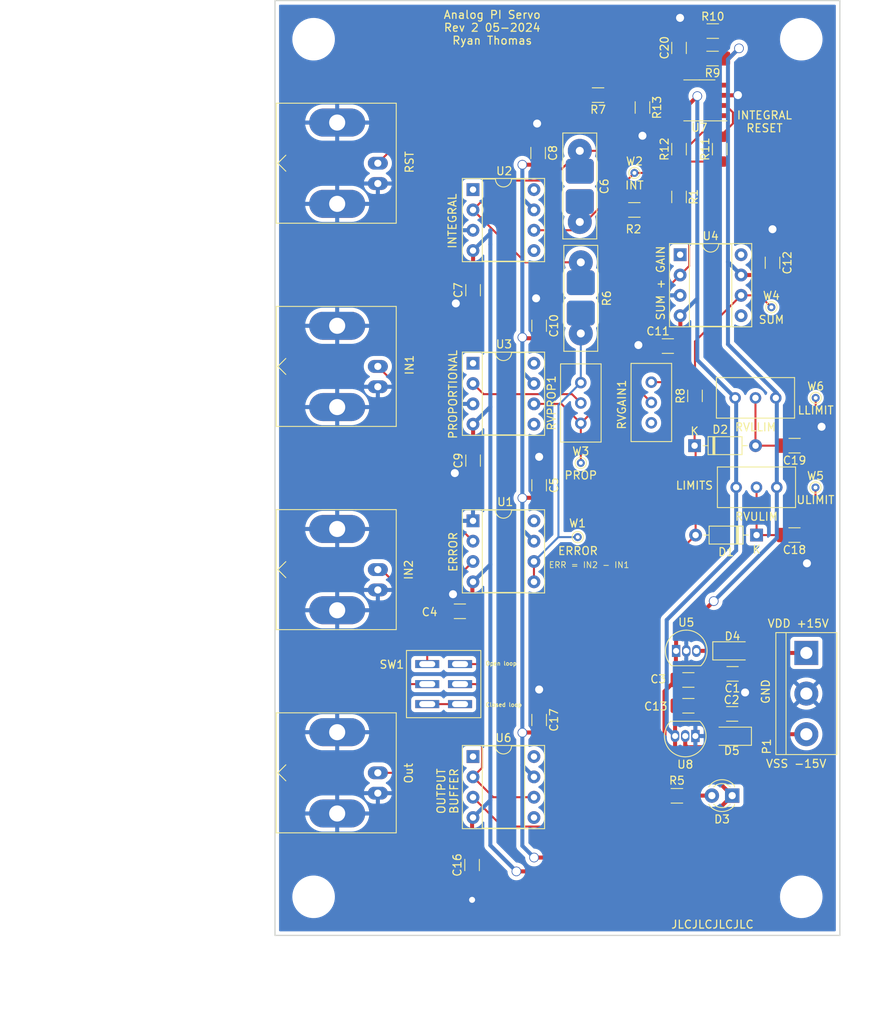
<source format=kicad_pcb>
(kicad_pcb (version 20211014) (generator pcbnew)
  (layers (0 "F.Cu" signal) (31 "B.Cu" signal) (34 "B.Paste" user) (35 "F.Paste" user) (36 "B.SilkS" user "B.Silkscreen") (37 "F.SilkS" user "F.Silkscreen") (38 "B.Mask" user) (39 "F.Mask" user) (44 "Edge.Cuts" user))
  (net 0 "")
  (net 1 "GND")
  (net 2 "VSS")
  (net 3 "Net-(C6-Pad2)")
  (net 4 "Net-(C6-Pad1)")
  (net 5 "Net-(C18-Pad2)")
  (net 6 "Net-(C19-Pad2)")
  (net 7 "Net-(C20-Pad2)")
  (net 8 "Net-(D1-Pad2)")
  (net 9 "Net-(D3-Pad2)")
  (net 10 "Net-(P2-Pad1)")
  (net 11 "Net-(P3-Pad1)")
  (net 12 "Net-(P4-Pad1)")
  (net 13 "Net-(R2-Pad2)")
  (net 14 "Net-(R6-Pad2)")
  (net 15 "/RST")
  (net 16 "Net-(R11-Pad2)")
  (net 17 "Net-(R12-Pad2)")
  (net 18 "Net-(RVPROP1-Pad2)")
  (net 27 "VDD")
  (net 28 "Net-(U1-Pad3)")
  (net 29 "/Control")
  (net 30 "Net-(U6-Pad2)")
  (net 31 "Net-(R1-Pad2)")
  (net 32 "Net-(RVGAIN1-Pad1)")
  (net 33 "Net-(D4-Pad1)")
  (net 34 "Net-(D5-Pad2)")
  (net 35 "Net-(P1-Pad1)")
  (net 36 "Net-(P1-Pad3)")
  (net 37 "Net-(R7-Pad2)")
  (footprint "Capacitor_SMD:C_1206_3216Metric_Pad1.33x1.80mm_HandSolder" (layer "F.Cu") (at 803.9608 103.2002)
    (fp_text reference "C1")
    (fp_text value "330n")
  )
  (footprint "Capacitor_SMD:C_1206_3216Metric_Pad1.33x1.80mm_HandSolder" (layer "F.Cu") (at 803.91 108.204 180)
    (fp_text reference "C2")
    (fp_text value "330n")
  )
  (footprint "Capacitor_SMD:C_1206_3216Metric_Pad1.33x1.80mm_HandSolder" (layer "F.Cu") (at 798.4359 103.9622)
    (fp_text reference "C3")
    (fp_text value "100n")
  )
  (footprint "pi-servo-board:R_Universal_L13.0mm_W4.0mm_P9.00mm" (layer "F.Cu") (at 784.86 46.719 90)
    (fp_text reference "C6")
    (fp_text value "100n")
  )
  (footprint "Capacitor_SMD:C_1206_3216Metric_Pad1.33x1.80mm_HandSolder" (layer "F.Cu") (at 771.525 55.246 90)
    (fp_text reference "C7")
    (fp_text value "100n")
  )
  (footprint "Capacitor_SMD:C_1206_3216Metric_Pad1.33x1.80mm_HandSolder" (layer "F.Cu") (at 779.653 38.1 -90)
    (fp_text reference "C8")
    (fp_text value "100n")
  )
  (footprint "Capacitor_SMD:C_1206_3216Metric_Pad1.33x1.80mm_HandSolder" (layer "F.Cu") (at 771.525 76.5425 90)
    (fp_text reference "C9")
    (fp_text value "100n")
  )
  (footprint "Capacitor_SMD:C_1206_3216Metric_Pad1.33x1.80mm_HandSolder" (layer "F.Cu") (at 779.78 59.69 -90)
    (fp_text reference "C10")
    (fp_text value "100n")
  )
  (footprint "Capacitor_SMD:C_1206_3216Metric_Pad1.33x1.80mm_HandSolder" (layer "F.Cu") (at 795.8705 62.23)
    (fp_text reference "C11")
    (fp_text value "100n")
  )
  (footprint "Capacitor_SMD:C_1206_3216Metric_Pad1.33x1.80mm_HandSolder" (layer "F.Cu") (at 808.9515 51.816 -90)
    (fp_text reference "C12")
    (fp_text value "100n")
  )
  (footprint "Capacitor_SMD:C_1206_3216Metric_Pad1.33x1.80mm_HandSolder" (layer "F.Cu") (at 771.398 127.0885 90)
    (fp_text reference "C16")
    (fp_text value "100n")
  )
  (footprint "Capacitor_SMD:C_1206_3216Metric_Pad1.33x1.80mm_HandSolder" (layer "F.Cu") (at 811.6955 85.852 180)
    (fp_text reference "C18")
    (fp_text value "100n")
  )
  (footprint "Capacitor_SMD:C_1206_3216Metric_Pad1.33x1.80mm_HandSolder" (layer "F.Cu") (at 797.2675 24.966 -90)
    (fp_text reference "C20")
    (fp_text value "1u")
  )
  (footprint "LED_THT:LED_D3.0mm" (layer "F.Cu") (at 803.91 118.4148 180)
    (fp_text reference "D3")
    (fp_text value "POWER")
  )
  (footprint "TerminalBlock:TerminalBlock_bornier-3_P5.08mm" (layer "F.Cu") (at 813.181 100.584 -90)
    (fp_text reference "P1")
    (fp_text value "POWER")
  )
  (footprint "Resistor_SMD:R_1206_3216Metric_Pad1.30x1.75mm_HandSolder" (layer "F.Cu") (at 797.2675 43.587 -90)
    (fp_text reference "R1")
    (fp_text value "5k")
  )
  (footprint "Resistor_SMD:R_1206_3216Metric_Pad1.30x1.75mm_HandSolder" (layer "F.Cu") (at 791.6795 45.212 180)
    (fp_text reference "R2")
    (fp_text value "5k")
  )
  (footprint "pi-servo-board:R_Universal_L13.0mm_W4.0mm_P9.00mm" (layer "F.Cu") (at 784.987 51.761 -90)
    (fp_text reference "R6")
    (fp_text value "3K3")
  )
  (footprint "Resistor_SMD:R_1206_3216Metric_Pad1.30x1.75mm_HandSolder" (layer "F.Cu") (at 787.146 30.861 180)
    (fp_text reference "R7")
    (fp_text value "50")
  )
  (footprint "Resistor_SMD:R_1206_3216Metric_Pad1.30x1.75mm_HandSolder" (layer "F.Cu") (at 799.2618 68.4524 90)
    (fp_text reference "R8")
    (fp_text value "51K")
  )
  (footprint "Resistor_SMD:R_1206_3216Metric_Pad1.30x1.75mm_HandSolder" (layer "F.Cu") (at 801.4585 26.289 180)
    (fp_text reference "R9")
    (fp_text value "20k")
  )
  (footprint "Resistor_SMD:R_1206_3216Metric_Pad1.30x1.75mm_HandSolder" (layer "F.Cu") (at 801.4845 22.86)
    (fp_text reference "R10")
    (fp_text value "10k")
  )
  (footprint "Resistor_SMD:R_1206_3216Metric_Pad1.30x1.75mm_HandSolder" (layer "F.Cu") (at 797.2675 37.618 90)
    (fp_text reference "R12")
    (fp_text value "DNP")
  )
  (footprint "Resistor_SMD:R_1206_3216Metric_Pad1.30x1.75mm_HandSolder" (layer "F.Cu") (at 792.6955 32.411 -90)
    (fp_text reference "R13")
    (fp_text value "10k")
  )
  (footprint "Potentiometer_THT:Potentiometer_Bourns_3296W_Vertical" (layer "F.Cu") (at 793.8008 66.7412 90)
    (fp_text reference "RVGAIN1")
    (fp_text value "10K")
  )
  (footprint "Potentiometer_THT:Potentiometer_Bourns_3296W_Vertical" (layer "F.Cu") (at 804.408 79.883 180)
    (fp_text reference "RVULIM")
    (fp_text value "10K")
  )
  (footprint "Package_DIP:DIP-8_W7.62mm_Socket" (layer "F.Cu") (at 771.511499 42.672)
    (fp_text reference "U2")
    (fp_text value "LM741")
  )
  (footprint "Package_DIP:DIP-8_W7.62mm_Socket" (layer "F.Cu") (at 771.511499 64.375499)
    (fp_text reference "U3")
    (fp_text value "LM741")
  )
  (footprint "Package_DIP:DIP-8_W7.62mm_Socket" (layer "F.Cu") (at 797.4045 50.81)
    (fp_text reference "U4")
    (fp_text value "LM741")
  )
  (footprint "Package_DIP:DIP-8_W7.62mm_Socket" (layer "F.Cu") (at 771.511499 113.538)
    (fp_text reference "U6")
    (fp_text value "LM741")
  )
  (footprint "Package_SO:SOIC-8_3.9x4.9mm_P1.27mm" (layer "F.Cu") (at 799.8075 31.522 180)
    (fp_text reference "U7")
    (fp_text value "DG419")
  )
  (footprint "Resistor_SMD:R_1206_3216Metric_Pad1.30x1.75mm_HandSolder" (layer "F.Cu") (at 797.0012 118.4402 180)
    (fp_text reference "R5")
    (fp_text value "2K7")
  )
  (footprint "Diode_THT:D_DO-35_SOD27_P7.62mm_Horizontal" (layer "F.Cu") (at 806.958 85.852 180)
    (fp_text reference "D1")
    (fp_text value "D")
  )
  (footprint "Capacitor_SMD:C_1206_3216Metric_Pad1.33x1.80mm_HandSolder" (layer "F.Cu") (at 779.78 79.629 -90)
    (fp_text reference "C5")
    (fp_text value "100n")
  )
  (footprint "Capacitor_SMD:C_1206_3216Metric_Pad1.33x1.80mm_HandSolder" (layer "F.Cu") (at 769.874 95.377)
    (fp_text reference "C4")
    (fp_text value "100n")
  )
  (footprint "Package_DIP:DIP-8_W7.62mm_Socket" (layer "F.Cu") (at 771.511499 84.074)
    (fp_text reference "U1")
    (fp_text value "INA105")
  )
  (footprint "Resistor_SMD:R_1206_3216Metric_Pad1.30x1.75mm_HandSolder" (layer "F.Cu") (at 802.3475 37.618 90)
    (fp_text reference "R11")
    (fp_text value "3K3")
  )
  (footprint "Capacitor_SMD:C_1206_3216Metric_Pad1.33x1.80mm_HandSolder" (layer "F.Cu") (at 779.78 108.966 -90)
    (fp_text reference "C17")
    (fp_text value "100n")
  )
  (footprint "Potentiometer_THT:Potentiometer_Bourns_3296W_Vertical" (layer "F.Cu") (at 784.987 66.802 90)
    (fp_text reference "RVPROP1")
    (fp_text value "10K")
  )
  (footprint "Diode_THT:D_DO-35_SOD27_P7.62mm_Horizontal" (layer "F.Cu") (at 799.211 74.676)
    (fp_text reference "D2")
    (fp_text value "D")
  )
  (footprint "Capacitor_SMD:C_1206_3216Metric_Pad1.33x1.80mm_HandSolder" (layer "F.Cu") (at 811.71 74.676 180)
    (fp_text reference "C19")
    (fp_text value "100n")
  )
  (footprint "Potentiometer_THT:Potentiometer_Bourns_3296W_Vertical" (layer "F.Cu") (at 804.281 68.707 180)
    (fp_text reference "RVLLIM")
    (fp_text value "10K")
  )
  (footprint "Connector_Coaxial:BNC_Amphenol_B6252HB-NPP3G-50_Horizontal" (layer "F.Cu") (at 759.616 115.57 90)
    (fp_text reference "P4" hide)
    (fp_text value "Out")
  )
  (footprint "Diode_SMD:D_1206_3216Metric_Pad1.42x1.75mm_HandSolder" (layer "F.Cu") (at 803.9465 100.325)
    (fp_text reference "D4")
    (fp_text value "D")
  )
  (footprint "TestPoint:TestPoint_THTPad_D1.0mm_Drill0.5mm" (layer "F.Cu") (at 814.3494 68.707)
    (fp_text reference "W6")
    (fp_text value "LLIMIT")
  )
  (footprint "Package_TO_SOT_THT:TO-92_Inline" (layer "F.Cu") (at 796.8996 100.3344)
    (fp_text reference "U5")
    (fp_text value "MC78L12_TO92")
  )
  (footprint "TestPoint:TestPoint_THTPad_D1.0mm_Drill0.5mm" (layer "F.Cu") (at 814.324 79.9084)
    (fp_text reference "W5")
    (fp_text value "ULIMIT")
  )
  (footprint "MountingHole:MountingHole_4.3mm_M4" (layer "F.Cu") (at 751.586 131.064)
    (fp_text reference "REF**" hide)
    (fp_text value "MountingHole_4.3mm_M4")
  )
  (footprint "Connector_Coaxial:BNC_Amphenol_B6252HB-NPP3G-50_Horizontal" (layer "F.Cu") (at 759.616 39.374 90)
    (fp_text reference "P5" hide)
    (fp_text value "RST")
  )
  (footprint "TestPoint:TestPoint_THTPad_D1.0mm_Drill0.5mm" (layer "F.Cu") (at 784.987 76.835)
    (fp_text reference "W3")
    (fp_text value "PROP")
  )
  (footprint "TestPoint:TestPoint_THTPad_D1.0mm_Drill0.5mm" (layer "F.Cu") (at 784.606 86.106)
    (fp_text reference "W1")
    (fp_text value "ERROR")
  )
  (footprint "MountingHole:MountingHole_4.3mm_M4" (layer "F.Cu") (at 812.546 23.876)
    (fp_text reference "REF**" hide)
    (fp_text value "MountingHole_4.3mm_M4")
  )
  (footprint "TestPoint:TestPoint_THTPad_D1.0mm_Drill0.5mm" (layer "F.Cu") (at 791.6926 40.5892)
    (fp_text reference "W2")
    (fp_text value "INT")
  )
  (footprint "Connector_Coaxial:BNC_Amphenol_B6252HB-NPP3G-50_Horizontal" (layer "F.Cu") (at 759.616 64.774 90)
    (fp_text reference "P2" hide)
    (fp_text value "IN1")
  )
  (footprint "Package_TO_SOT_THT:TO-92_Inline" (layer "F.Cu") (at 799.3126 110.9682 180)
    (fp_text reference "U8")
    (fp_text value "MC79L12_TO92")
  )
  (footprint "pi-servo-board:DPDT_SW_ADAM_TECH" (layer "F.Cu") (at 765.792 101.978)
    (fp_text reference "SW1")
    (fp_text value "SW_DPDT_x2")
  )
  (footprint "Capacitor_SMD:C_1206_3216Metric_Pad1.33x1.80mm_HandSolder" (layer "F.Cu") (at 798.4367 107.188 180)
    (fp_text reference "C13")
    (fp_text value "100n")
  )
  (footprint "Connector_Coaxial:BNC_Amphenol_B6252HB-NPP3G-50_Horizontal" (layer "F.Cu") (at 759.616 90.17 90)
    (fp_text reference "P3" hide)
    (fp_text value "IN2")
  )
  (footprint "MountingHole:MountingHole_4.3mm_M4" (layer "F.Cu") (at 812.546 131.064)
    (fp_text reference "REF**" hide)
    (fp_text value "MountingHole_4.3mm_M4")
  )
  (footprint "TestPoint:TestPoint_THTPad_D1.0mm_Drill0.5mm" (layer "F.Cu") (at 808.8122 57.3786)
    (fp_text reference "W4")
    (fp_text value "SUM")
  )
  (footprint "Diode_SMD:D_1206_3216Metric_Pad1.42x1.75mm_HandSolder" (layer "F.Cu") (at 803.8595 110.993 180)
    (fp_text reference "D5")
    (fp_text value "D")
  )
  (footprint "MountingHole:MountingHole_4.3mm_M4" (layer "F.Cu") (at 751.586 23.876)
    (fp_text reference "REF**" hide)
    (fp_text value "MountingHole_4.3mm_M4")
  )
  (gr_line (start 746.76 19.05) (end 746.76 135.89) (layer "Edge.Cuts") (width 0.15))
  (gr_line locked (start 746.76 19.05) (end 817.372 19.05) (layer "Edge.Cuts") (width 0.15))
  (gr_line (start 746.76 135.89) (end 817.372 135.89) (layer "Edge.Cuts") (width 0.15))
  (gr_line locked (start 817.372 135.89) (end 817.372 19.05) (layer "Edge.Cuts") (width 0.15))
  (gr_text "VDD +15V" (at 812.165 96.901) (layer "F.SilkS") (effects (font (size 1 1))))
  (gr_text "GND" (at 808.101 105.41 90) (layer "F.SilkS") (effects (font (size 1 1))))
  (gr_text "PROPORTIONAL" (at 769.0104 68.2752 90) (layer "F.SilkS") (effects (font (size 1 1))))
  (gr_text "JLCJLCJLCJLC" (at 801.4462 134.5184) (layer "F.SilkS") (effects (font (size 1 1))))
  (gr_text "INTEGRAL\nRESET" (at 807.9486 34.1884) (layer "F.SilkS") (effects (font (size 1 1))))
  (gr_text "Closed loop" (at 775.351629 107.061) (layer "F.SilkS") (effects (font (size 0.5 0.5) (thickness 0.1))))
  (gr_text "Analog PI Servo\nRev 2 05-2024\nRyan Thomas" (at 773.9126 22.4282) (layer "F.SilkS") (effects (font (size 1 1))))
  (gr_text "OUTPUT\nBUFFER" (at 768.35 117.856 90) (layer "F.SilkS") (effects (font (size 1 1))))
  (gr_text "LIMITS" (at 799.1856 79.6544) (layer "F.SilkS") (effects (font (size 1 1))))
  (gr_text "SUM + GAIN" (at 794.9692 54.356 90) (layer "F.SilkS") (effects (font (size 1 1))))
  (gr_text "VSS -15V" (at 811.911 114.427) (layer "F.SilkS") (effects (font (size 1 1))))
  (gr_text "ERR = IN2 - IN1" (at 786.0284 89.5858) (layer "F.SilkS") (effects (font (size 0.75 0.75) (thickness 0.1))))
  (gr_text "INTEGRAL" (at 768.9342 46.609 90) (layer "F.SilkS") (effects (font (size 1 1))))
  (gr_text "Open loop" (at 775.0302 101.9048) (layer "F.SilkS") (effects (font (size 0.5 0.5) (thickness 0.1))))
  (segment (start 779.78 107.4035) (end 779.78 105.156) (width 0.5) (layer "F.Cu") (net 1))
  (segment (start 804.6075 30.887) (end 804.6335 30.861) (width 0.5) (layer "F.Cu") (net 1))
  (segment (start 808.9515 50.2535) (end 808.9515 47.625) (width 0.5) (layer "F.Cu") (net 1))
  (segment (start 805.5233 105.5247) (end 805.5233 108.1532) (width 0.5) (layer "F.Cu") (net 1))
  (segment (start 769.4535 56.8085) (end 769.366 56.896) (width 0.5) (layer "F.Cu") (net 1))
  (segment (start 768.3115 93.944284) (end 769.011392 93.244392) (width 0.5) (layer "F.Cu") (net 1))
  (segment (start 792.6955 33.961) (end 792.6955 35.941) (width 0.5) (layer "F.Cu") (net 1))
  (segment (start 792.3145 62.23) (end 792.1875 62.103) (width 0.5) (layer "F.Cu") (net 1))
  (segment (start 805.5118 105.5362) (end 805.5233 105.5247) (width 0.5) (layer "F.Cu") (net 1))
  (segment (start 779.399 36.5375) (end 779.399 34.544) (width 0.5) (layer "F.Cu") (net 1))
  (segment (start 799.9992 103.963) (end 799.9984 103.9622) (width 0.5) (layer "F.Cu") (net 1))
  (segment (start 779.399 34.544) (end 779.526 34.417) (width 0.5) (layer "F.Cu") (net 1))
  (segment (start 768.3115 95.377) (end 768.3115 93.944284) (width 0.5) (layer "F.Cu") (net 1))
  (segment (start 779.272 56.388) (end 779.399 56.261) (width 0.5) (layer "F.Cu") (net 1))
  (segment (start 799.9992 105.5362) (end 805.5118 105.5362) (width 0.5) (layer "F.Cu") (net 1))
  (segment (start 771.525 78.105) (end 769.239 78.105) (width 0.5) (layer "F.Cu") (net 1))
  (segment (start 813.2725 74.676) (end 813.2725 74.1273) (width 0.5) (layer "F.Cu") (net 1))
  (segment (start 813.2725 74.1273) (end 815.086 72.3138) (width 0.5) (layer "F.Cu") (net 1))
  (segment (start 802.2825 30.887) (end 804.6075 30.887) (width 0.5) (layer "F.Cu") (net 1))
  (segment (start 805.5233 108.1532) (end 805.4725 108.204) (width 0.5) (layer "F.Cu") (net 1))
  (segment (start 799.9992 105.5362) (end 799.9992 103.963) (width 0.5) (layer "F.Cu") (net 1))
  (segment (start 794.308 62.23) (end 792.3145 62.23) (width 0.5) (layer "F.Cu") (net 1))
  (segment (start 779.78 78.0665) (end 779.78 76.073) (width 0.5) (layer "F.Cu") (net 1))
  (segment (start 779.272 58.1275) (end 779.272 56.388) (width 0.5) (layer "F.Cu") (net 1))
  (segment (start 771.525 56.8085) (end 769.4535 56.8085) (width 0.5) (layer "F.Cu") (net 1))
  (segment (start 771.398 128.651) (end 771.398 131.445) (width 0.5) (layer "F.Cu") (net 1))
  (segment (start 813.258 85.852) (end 813.258 89.3818) (width 0.5) (layer "F.Cu") (net 1))
  (segment (start 799.9345 22.86) (end 797.811 22.86) (width 0.5) (layer "F.Cu") (net 1))
  (segment (start 805.5233 103.2002) (end 805.5233 105.5247) (width 0.5) (layer "F.Cu") (net 1))
  (segment (start 797.2675 21.336) (end 797.3945 21.209) (width 0.5) (layer "F.Cu") (net 1))
  (segment (start 797.811 22.86) (end 797.2675 23.4035) (width 0.5) (layer "F.Cu") (net 1))
  (segment (start 813.258 89.3818) (end 813.2572 89.3826) (width 0.5) (layer "F.Cu") (net 1))
  (segment (start 799.9992 107.188) (end 799.9992 105.5362) (width 0.5) (layer "F.Cu") (net 1))
  (segment (start 797.2675 23.4035) (end 797.2675 21.336) (width 0.5) (layer "F.Cu") (net 1))
  (via (at 779.78 105.156) (size 1.2) (drill 1) (layers "F.Cu" "B.Cu") (net 1))
  (via (at 813.2572 89.3826) (size 1.2) (drill 1) (layers "F.Cu" "B.Cu") (net 1))
  (via (at 804.6335 30.861) (size 1.2) (drill 1) (layers "F.Cu" "B.Cu") (net 1))
  (via (at 808.9515 47.625) (size 1.2) (drill 1) (layers "F.Cu" "B.Cu") (net 1))
  (via (at 769.366 56.896) (size 1.2) (drill 1) (layers "F.Cu" "B.Cu") (net 1))
  (via (at 792.1875 62.103) (size 1.2) (drill 1) (layers "F.Cu" "B.Cu") (net 1))
  (via (at 805.5233 105.5247) (size 1.2) (drill 1) (layers "F.Cu" "B.Cu") (net 1))
  (via (at 792.6955 35.941) (size 1.2) (drill 1) (layers "F.Cu" "B.Cu") (net 1))
  (via (at 769.011392 93.244392) (size 1.2) (drill 1) (layers "F.Cu" "B.Cu") (net 1))
  (via (at 797.3945 21.209) (size 1.2) (drill 1) (layers "F.Cu" "B.Cu") (net 1))
  (via (at 779.526 34.417) (size 1.2) (drill 1) (layers "F.Cu" "B.Cu") (net 1))
  (via (at 769.239 78.105) (size 1.2) (drill 1) (layers "F.Cu" "B.Cu") (net 1))
  (via (at 779.399 56.261) (size 1.2) (drill 1) (layers "F.Cu" "B.Cu") (net 1))
  (via (at 771.398 131.445) (size 1) (drill 0.75) (layers "F.Cu" "B.Cu") (net 1))
  (via (at 815.086 72.3138) (size 1.2) (drill 1) (layers "F.Cu" "B.Cu") (net 1))
  (via (at 779.78 76.073) (size 1.2) (drill 1) (layers "F.Cu" "B.Cu") (net 1))
  (segment (start 797.3325 32.157) (end 798.3845 32.157) (width 0.5) (layer "F.Cu") (net 2))
  (segment (start 771.398 121.271499) (end 771.511499 121.158) (width 0.5) (layer "F.Cu") (net 2))
  (segment (start 798.3845 32.157) (end 799.5535 30.988) (width 0.5) (layer "F.Cu") (net 2))
  (segment (start 795.2232 127.0762) (end 794.4104 127.889) (width 0.5) (layer "F.Cu") (net 2))
  (segment (start 796.7726 113.157) (end 798.5506 114.935) (width 0.5) (layer "F.Cu") (net 2))
  (segment (start 771.525 50.305501) (end 771.511499 50.292) (width 0.5) (layer "F.Cu") (net 2))
  (segment (start 798.5506 114.935) (end 800.4302 114.935) (width 0.5) (layer "F.Cu") (net 2))
  (segment (start 797.433 58.4585) (end 797.4045 58.43) (width 0.5) (layer "F.Cu") (net 2))
  (segment (start 794.4104 127.889) (end 776.9352 127.889) (width 0.5) (layer "F.Cu") (net 2))
  (segment (start 771.4365 91.768999) (end 771.511499 91.694) (width 0.5) (layer "F.Cu") (net 2))
  (segment (start 796.7726 110.9682) (end 796.7726 113.157) (width 0.5) (layer "F.Cu") (net 2))
  (segment (start 771.398 125.526) (end 771.398 121.271499) (width 0.5) (layer "F.Cu") (net 2))
  (segment (start 771.4365 95.377) (end 771.4365 91.768999) (width 0.5) (layer "F.Cu") (net 2))
  (segment (start 796.7726 107.2896) (end 796.8742 107.188) (width 0.5) (layer "F.Cu") (net 2))
  (segment (start 795.2486 127.0762) (end 795.2232 127.0762) (width 0.5) (layer "F.Cu") (net 2))
  (segment (start 800.4302 114.935) (end 803.91 118.4148) (width 0.5) (layer "F.Cu") (net 2))
  (segment (start 797.433 62.23) (end 797.433 58.4585) (width 0.5) (layer "F.Cu") (net 2))
  (segment (start 771.525 74.98) (end 771.525 72.009) (width 0.5) (layer "F.Cu") (net 2))
  (segment (start 803.91 118.4148) (end 795.2486 127.0762) (width 0.5) (layer "F.Cu") (net 2))
  (segment (start 771.525 72.009) (end 771.511499 71.995499) (width 0.5) (layer "F.Cu") (net 2))
  (segment (start 771.525 53.6835) (end 771.525 50.305501) (width 0.5) (layer "F.Cu") (net 2))
  (segment (start 796.7726 110.9682) (end 796.7726 107.2896) (width 0.5) (layer "F.Cu") (net 2))
  (via (at 799.5535 30.988) (size 1.2) (drill 1) (layers "F.Cu" "B.Cu") (net 2))
  (via (at 776.9352 127.889) (size 1.2) (drill 1) (layers "F.Cu" "B.Cu") (net 2))
  (segment (start 799.5535 30.988) (end 799.5535 56.281) (width 0.5) (layer "B.Cu") (net 2))
  (segment (start 773.684 69.822998) (end 771.511499 71.995499) (width 0.5) (layer "B.Cu") (net 2))
  (segment (start 795.7246 96.460633) (end 804.408 87.777233) (width 0.5) (layer "B.Cu") (net 2))
  (segment (start 773.684 89.521499) (end 771.511499 91.694) (width 0.5) (layer "B.Cu") (net 2))
  (segment (start 773.684 124.6378) (end 773.684 118.985499) (width 0.5) (layer "B.Cu") (net 2))
  (segment (start 796.7726 110.9682) (end 795.7246 109.9202) (width 0.5) (layer "B.Cu") (net 2))
  (segment (start 799.5535 63.9795) (end 804.281 68.707) (width 0.5) (layer "B.Cu") (net 2))
  (segment (start 804.408 68.834) (end 804.281 68.707) (width 0.5) (layer "B.Cu") (net 2))
  (segment (start 773.684 49.53) (end 773.684 47.752) (width 0.5) (layer "B.Cu") (net 2))
  (segment (start 773.684 89.521499) (end 773.684 118.985499) (width 0.5) (layer "B.Cu") (net 2))
  (segment (start 804.408 79.883) (end 804.408 68.834) (width 0.5) (layer "B.Cu") (net 2))
  (segment (start 773.684 49.53) (end 773.684 69.822998) (width 0.5) (layer "B.Cu") (net 2))
  (segment (start 771.511499 50.292) (end 773.684 48.119499) (width 0.5) (layer "B.Cu") (net 2))
  (segment (start 799.5535 56.281) (end 799.5535 63.9795) (width 0.5) (layer "B.Cu") (net 2))
  (segment (start 773.684 48.119499) (end 773.684 47.752) (width 0.5) (layer "B.Cu") (net 2))
  (segment (start 795.7246 109.9202) (end 795.7246 96.460633) (width 0.5) (layer "B.Cu") (net 2))
  (segment (start 773.684 69.822998) (end 773.684 89.521499) (width 0.5) (layer "B.Cu") (net 2))
  (segment (start 799.5535 56.281) (end 797.4045 58.43) (width 0.5) (layer "B.Cu") (net 2))
  (segment (start 776.9352 127.889) (end 773.684 124.6378) (width 0.5) (layer "B.Cu") (net 2))
  (segment (start 773.684 118.985499) (end 771.511499 121.158) (width 0.5) (layer "B.Cu") (net 2))
  (segment (start 804.408 87.777233) (end 804.408 79.883) (width 0.5) (layer "B.Cu") (net 2))
  (segment (start 781.142 41.547) (end 784.86 37.829) (width 0.25) (layer "F.Cu") (net 3))
  (segment (start 775.176499 41.547) (end 781.142 41.547) (width 0.25) (layer "F.Cu") (net 3))
  (segment (start 784.987 51.761) (end 778.060499 51.761) (width 0.25) (layer "F.Cu") (net 3))
  (segment (start 771.511499 45.212) (end 775.176499 41.547) (width 0.25) (layer "F.Cu") (net 3))
  (segment (start 797.8805 37.829) (end 802.2825 33.427) (width 0.25) (layer "F.Cu") (net 3))
  (segment (start 778.060499 51.761) (end 771.511499 45.212) (width 0.25) (layer "F.Cu") (net 3))
  (segment (start 784.86 37.829) (end 797.8805 37.829) (width 0.25) (layer "F.Cu") (net 3))
  (segment (start 785.5628 46.719) (end 791.6926 40.5892) (width 0.25) (layer "F.Cu") (net 4))
  (segment (start 791.6926 40.5892) (end 797.2298 40.5892) (width 0.25) (layer "F.Cu") (net 4))
  (segment (start 783.827 47.752) (end 779.131499 47.752) (width 0.25) (layer "F.Cu") (net 4))
  (segment (start 797.2675 40.6269) (end 797.2675 39.168) (width 0.25) (layer "F.Cu") (net 4))
  (segment (start 784.86 46.719) (end 783.827 47.752) (width 0.25) (layer "F.Cu") (net 4))
  (segment (start 797.2675 42.037) (end 797.2675 40.6269) (width 0.25) (layer "F.Cu") (net 4))
  (segment (start 797.2675 39.168) (end 802.3475 39.168) (width 0.25) (layer "F.Cu") (net 4))
  (segment (start 797.2298 40.5892) (end 797.2675 40.6269) (width 0.25) (layer "F.Cu") (net 4))
  (segment (start 806.958 85.852) (end 806.958 79.893) (width 0.25) (layer "F.Cu") (net 5))
  (segment (start 810.133 85.852) (end 814.324 81.661) (width 0.25) (layer "F.Cu") (net 5))
  (segment (start 806.958 79.893) (end 806.948 79.883) (width 0.25) (layer "F.Cu") (net 5))
  (segment (start 814.324 81.661) (end 814.324 79.9084) (width 0.25) (layer "F.Cu") (net 5))
  (segment (start 806.958 85.852) (end 810.133 85.852) (width 0.25) (layer "F.Cu") (net 5))
  (segment (start 806.821 68.707) (end 806.821 74.666) (width 0.25) (layer "F.Cu") (net 6))
  (segment (start 810.1475 74.676) (end 814.3494 70.4741) (width 0.25) (layer "F.Cu") (net 6))
  (segment (start 814.3494 70.4741) (end 814.3494 68.707) (width 0.25) (layer "F.Cu") (net 6))
  (segment (start 806.831 74.676) (end 810.1475 74.676) (width 0.25) (layer "F.Cu") (net 6))
  (segment (start 806.821 74.666) (end 806.831 74.676) (width 0.25) (layer "F.Cu") (net 6))
  (segment (start 799.9085 26.289) (end 799.9085 25.986) (width 0.25) (layer "F.Cu") (net 7))
  (segment (start 797.3325 29.617) (end 797.3325 26.5935) (width 0.25) (layer "F.Cu") (net 7))
  (segment (start 799.9085 25.986) (end 803.0345 22.86) (width 0.25) (layer "F.Cu") (net 7))
  (segment (start 797.2675 26.5285) (end 799.669 26.5285) (width 0.25) (layer "F.Cu") (net 7))
  (segment (start 799.669 26.5285) (end 799.9085 26.289) (width 0.25) (layer "F.Cu") (net 7))
  (segment (start 797.3325 26.5935) (end 797.2675 26.5285) (width 0.25) (layer "F.Cu") (net 7))
  (segment (start 799.338 85.852) (end 786.6126 98.5774) (width 0.25) (layer "F.Cu") (net 8))
  (segment (start 775.176499 122.283) (end 780.2552 122.283) (width 0.25) (layer "F.Cu") (net 8))
  (segment (start 786.6126 115.9256) (end 780.2552 122.283) (width 0.25) (layer "F.Cu") (net 8))
  (segment (start 799.211 70.0532) (end 799.2618 70.0024) (width 0.25) (layer "F.Cu") (net 8))
  (segment (start 771.511499 118.618) (end 775.176499 122.283) (width 0.25) (layer "F.Cu") (net 8))
  (segment (start 799.211 74.676) (end 799.211 70.0532) (width 0.25) (layer "F.Cu") (net 8))
  (segment (start 799.338 85.852) (end 799.338 74.803) (width 0.25) (layer "F.Cu") (net 8))
  (segment (start 786.6126 98.5774) (end 786.6126 115.9256) (width 0.25) (layer "F.Cu") (net 8))
  (segment (start 799.338 74.803) (end 799.211 74.676) (width 0.25) (layer "F.Cu") (net 8))
  (segment (start 798.5766 118.4148) (end 798.5512 118.4402) (width 0.5) (layer "F.Cu") (net 9))
  (segment (start 801.37 118.4148) (end 798.5766 118.4148) (width 0.5) (layer "F.Cu") (net 9))
  (segment (start 771.511499 86.614) (end 764.54 79.642501) (width 0.25) (layer "F.Cu") (net 10))
  (segment (start 764.54 79.642501) (end 764.54 69.698) (width 0.25) (layer "F.Cu") (net 10))
  (segment (start 764.54 69.698) (end 759.616 64.774) (width 0.25) (layer "F.Cu") (net 10))
  (segment (start 762 92.104) (end 762 102.743) (width 0.25) (layer "F.Cu") (net 11))
  (segment (start 760.066 90.17) (end 762 92.104) (width 0.25) (layer "F.Cu") (net 11))
  (segment (start 763.735 104.478) (end 765.792 104.478) (width 0.25) (layer "F.Cu") (net 11))
  (segment (start 759.616 90.17) (end 760.066 90.17) (width 0.25) (layer "F.Cu") (net 11))
  (segment (start 762 102.743) (end 763.735 104.478) (width 0.25) (layer "F.Cu") (net 11))
  (segment (start 769.892 104.478) (end 771.889499 104.478) (width 0.25) (layer "F.Cu") (net 12))
  (segment (start 772.16 104.748501) (end 772.16 108.712) (width 0.25) (layer "F.Cu") (net 12))
  (segment (start 771.889499 104.478) (end 772.16 104.748501) (width 0.25) (layer "F.Cu") (net 12))
  (segment (start 765.302 115.57) (end 759.616 115.57) (width 0.25) (layer "F.Cu") (net 12))
  (segment (start 772.16 108.712) (end 765.302 115.57) (width 0.25) (layer "F.Cu") (net 12))
  (segment (start 790.1295 45.212) (end 790.1295 66.7395) (width 0.25) (layer "F.Cu") (net 13))
  (segment (start 779.131499 69.455499) (end 782.560499 69.455499) (width 0.25) (layer "F.Cu") (net 13))
  (segment (start 782.560499 69.455499) (end 784.987 71.882) (width 0.25) (layer "F.Cu") (net 13))
  (segment (start 784.987 76.835) (end 784.987 71.882) (width 0.25) (layer "F.Cu") (net 13))
  (segment (start 790.1295 66.7395) (end 784.987 71.882) (width 0.25) (layer "F.Cu") (net 13))
  (segment (start 779.131499 89.154) (end 779.131499 91.694) (width 0.25) (layer "F.Cu") (net 14))
  (segment (start 782.193 69.596) (end 784.987 66.802) (width 0.25) (layer "B.Cu") (net 14))
  (segment (start 782.193 86.092499) (end 782.193 69.596) (width 0.25) (layer "B.Cu") (net 14))
  (segment (start 782.206501 86.106) (end 782.193 86.092499) (width 0.25) (layer "B.Cu") (net 14))
  (segment (start 784.987 66.802) (end 784.987 60.651) (width 0.25) (layer "B.Cu") (net 14))
  (segment (start 779.131499 89.154) (end 782.193 86.092499) (width 0.25) (layer "B.Cu") (net 14))
  (segment (start 784.606 86.106) (end 782.206501 86.106) (width 0.25) (layer "B.Cu") (net 14))
  (segment (start 792.6955 30.861) (end 797.3065 30.861) (width 0.25) (layer "F.Cu") (net 15))
  (segment (start 797.3065 30.861) (end 797.3325 30.887) (width 0.25) (layer "F.Cu") (net 15))
  (segment (start 788.696 30.861) (end 792.6955 30.861) (width 0.25) (layer "F.Cu") (net 15))
  (segment (start 803.9985 33.02) (end 803.9985 34.417) (width 0.25) (layer "F.Cu") (net 16))
  (segment (start 803.9985 34.417) (end 802.3475 36.068) (width 0.25) (layer "F.Cu") (net 16))
  (segment (start 803.1355 32.157) (end 803.9985 33.02) (width 0.25) (layer "F.Cu") (net 16))
  (segment (start 802.2825 32.157) (end 803.1355 32.157) (width 0.25) (layer "F.Cu") (net 16))
  (segment (start 797.2675 33.492) (end 797.3325 33.427) (width 0.25) (layer "F.Cu") (net 17))
  (segment (start 797.2675 36.068) (end 797.2675 33.492) (width 0.25) (layer "F.Cu") (net 17))
  (segment (start 772.836499 68.240499) (end 783.885499 68.240499) (width 0.25) (layer "F.Cu") (net 18))
  (segment (start 783.885499 68.240499) (end 784.987 69.342) (width 0.25) (layer "F.Cu") (net 18))
  (segment (start 771.511499 66.915499) (end 772.836499 68.240499) (width 0.25) (layer "F.Cu") (net 18))
  (segment (start 789.031077 126.156323) (end 779.145 126.156323) (width 0.5) (layer "F.Cu") (net 27))
  (segment (start 795.4512 118.4402) (end 795.4512 105.3844) (width 0.5) (layer "F.Cu") (net 27))
  (segment (start 803.0085 26.289) (end 803.4905 26.289) (width 0.5) (layer "F.Cu") (net 27))
  (segment (start 795.4512 105.3844) (end 796.8734 103.9622) (width 0.5) (layer "F.Cu") (net 27))
  (segment (start 803.4905 26.289) (end 804.7605 25.019) (width 0.5) (layer "F.Cu") (net 27))
  (segment (start 796.8734 100.3606) (end 796.8996 100.3344) (width 0.5) (layer "F.Cu") (net 27))
  (segment (start 796.8996 98.8104) (end 801.603 94.107) (width 0.5) (layer "F.Cu") (net 27))
  (segment (start 808.923 53.35) (end 808.9515 53.3785) (width 0.5) (layer "F.Cu") (net 27))
  (segment (start 779.78 61.2525) (end 777.7865 61.2525) (width 0.5) (layer "F.Cu") (net 27))
  (segment (start 796.8996 100.3344) (end 796.8996 98.8104) (width 0.5) (layer "F.Cu") (net 27))
  (segment (start 777.703498 110.5285) (end 777.681499 110.550499) (width 0.5) (layer "F.Cu") (net 27))
  (segment (start 805.0245 53.35) (end 808.923 53.35) (width 0.5) (layer "F.Cu") (net 27))
  (segment (start 777.681499 39.563501) (end 779.554001 39.563501) (width 0.5) (layer "F.Cu") (net 27))
  (segment (start 795.4512 118.4402) (end 795.4512 119.7362) (width 0.5) (layer "F.Cu") (net 27))
  (segment (start 802.2825 27.015) (end 803.0085 26.289) (width 0.5) (layer "F.Cu") (net 27))
  (segment (start 795.4512 119.7362) (end 789.031077 126.156323) (width 0.5) (layer "F.Cu") (net 27))
  (segment (start 802.2825 29.617) (end 802.2825 27.015) (width 0.5) (layer "F.Cu") (net 27))
  (segment (start 777.7865 61.2525) (end 777.681499 61.147499) (width 0.5) (layer "F.Cu") (net 27))
  (segment (start 796.8734 103.9622) (end 796.8734 100.3606) (width 0.5) (layer "F.Cu") (net 27))
  (segment (start 777.7095 81.1915) (end 777.681499 81.219501) (width 0.5) (layer "F.Cu") (net 27))
  (segment (start 779.78 81.1915) (end 777.7095 81.1915) (width 0.5) (layer "F.Cu") (net 27))
  (segment (start 779.78 110.5285) (end 777.703498 110.5285) (width 0.5) (layer "F.Cu") (net 27))
  (via (at 801.603 94.107) (size 1.2) (drill 1) (layers "F.Cu" "B.Cu") (net 27))
  (via (at 777.681499 39.563501) (size 1.2) (drill 1) (layers "F.Cu" "B.Cu") (net 27))
  (via (at 804.7605 25.019) (size 1.2) (drill 1) (layers "F.Cu" "B.Cu") (net 27))
  (via (at 777.681499 81.219501) (size 1.2) (drill 1) (layers "F.Cu" "B.Cu") (net 27))
  (via (at 779.145 126.156323) (size 1.2) (drill 1) (layers "F.Cu" "B.Cu") (net 27))
  (via (at 777.681499 61.147499) (size 1.2) (drill 1) (layers "F.Cu" "B.Cu") (net 27))
  (via (at 777.681499 110.550499) (size 1.2) (drill 1) (layers "F.Cu" "B.Cu") (net 27))
  (segment (start 777.681499 61.147499) (end 777.681499 65.465499) (width 0.5) (layer "B.Cu") (net 27))
  (segment (start 777.681499 43.762) (end 777.681499 61.147499) (width 0.5) (layer "B.Cu") (net 27))
  (segment (start 777.681499 65.465499) (end 779.131499 66.915499) (width 0.5) (layer "B.Cu") (net 27))
  (segment (start 779.131499 86.614) (end 777.681499 85.164) (width 0.5) (layer "B.Cu") (net 27))
  (segment (start 777.681499 124.692822) (end 779.145 126.156323) (width 0.5) (layer "B.Cu") (net 27))
  (segment (start 809.488 79.883) (end 809.488 68.1128) (width 0.5) (layer "B.Cu") (net 27))
  (segment (start 777.681499 43.762) (end 777.681499 39.563501) (width 0.5) (layer "B.Cu") (net 27))
  (segment (start 809.488 86.222) (end 809.488 79.883) (width 0.5) (layer "B.Cu") (net 27))
  (segment (start 777.681499 85.164) (end 777.681499 81.219501) (width 0.5) (layer "B.Cu") (net 27))
  (segment (start 801.603 94.107) (end 809.488 86.222) (width 0.5) (layer "B.Cu") (net 27))
  (segment (start 777.681499 81.219501) (end 777.681499 65.465499) (width 0.5) (layer "B.Cu") (net 27))
  (segment (start 777.681499 110.550499) (end 777.681499 114.628) (width 0.5) (layer "B.Cu") (net 27))
  (segment (start 809.488 68.1128) (end 803.3835 62.0083) (width 0.5) (layer "B.Cu") (net 27))
  (segment (start 777.681499 43.762) (end 779.131499 45.212) (width 0.5) (layer "B.Cu") (net 27))
  (segment (start 777.681499 114.628) (end 777.681499 124.692822) (width 0.5) (layer "B.Cu") (net 27))
  (segment (start 805.0245 53.35) (end 803.3835 51.709) (width 0.5) (layer "B.Cu") (net 27))
  (segment (start 777.681499 114.628) (end 779.131499 116.078) (width 0.5) (layer "B.Cu") (net 27))
  (segment (start 803.3835 51.709) (end 803.3835 26.396) (width 0.5) (layer "B.Cu") (net 27))
  (segment (start 803.3835 62.0083) (end 803.3835 51.709) (width 0.5) (layer "B.Cu") (net 27))
  (segment (start 803.3835 26.396) (end 804.7605 25.019) (width 0.5) (layer "B.Cu") (net 27))
  (segment (start 777.681499 85.164) (end 777.681499 110.550499) (width 0.5) (layer "B.Cu") (net 27))
  (segment (start 765.792 101.978) (end 765.792 94.873499) (width 0.25) (layer "F.Cu") (net 28))
  (segment (start 765.792 94.873499) (end 771.511499 89.154) (width 0.25) (layer "F.Cu") (net 28))
  (segment (start 765.792 106.978) (end 769.892 106.978) (width 0.25) (layer "F.Cu") (net 29))
  (segment (start 772.636499 102.266501) (end 772.347998 101.978) (width 0.25) (layer "F.Cu") (net 30))
  (segment (start 772.636499 114.953) (end 772.636499 102.266501) (width 0.25) (layer "F.Cu") (net 30))
  (segment (start 779.131499 118.618) (end 774.051499 118.618) (width 0.25) (layer "F.Cu") (net 30))
  (segment (start 774.051499 118.618) (end 771.511499 116.078) (width 0.25) (layer "F.Cu") (net 30))
  (segment (start 772.347998 101.978) (end 769.892 101.978) (width 0.25) (layer "F.Cu") (net 30))
  (segment (start 771.511499 116.078) (end 772.636499 114.953) (width 0.25) (layer "F.Cu") (net 30))
  (segment (start 797.1925 45.212) (end 797.2675 45.137) (width 0.25) (layer "F.Cu") (net 31))
  (segment (start 793.2295 45.212) (end 797.1925 45.212) (width 0.25) (layer "F.Cu") (net 31))
  (segment (start 798.5295 52.225) (end 798.5295 46.399) (width 0.25) (layer "F.Cu") (net 31))
  (segment (start 797.4045 53.35) (end 791.0625 59.692) (width 0.25) (layer "F.Cu") (net 31))
  (segment (start 798.5295 46.399) (end 797.2675 45.137) (width 0.25) (layer "F.Cu") (net 31))
  (segment (start 797.4045 53.35) (end 798.5295 52.225) (width 0.25) (layer "F.Cu") (net 31))
  (segment (start 791.0625 59.692) (end 791.0625 66.5429) (width 0.25) (layer "F.Cu") (net 31))
  (segment (start 791.0625 66.5429) (end 793.8008 69.2812) (width 0.25) (layer "F.Cu") (net 31))
  (segment (start 799.2618 66.9024) (end 799.1006 66.7412) (width 0.25) (layer "F.Cu") (net 32))
  (segment (start 799.1006 66.7412) (end 793.8008 66.7412) (width 0.25) (layer "F.Cu") (net 32))
  (segment (start 805.0245 55.89) (end 799.2618 61.6527) (width 0.25) (layer "F.Cu") (net 32))
  (segment (start 807.3236 55.89) (end 808.8122 57.3786) (width 0.25) (layer "F.Cu") (net 32))
  (segment (start 799.2618 61.6527) (end 799.2618 66.9024) (width 0.25) (layer "F.Cu") (net 32))
  (segment (start 805.0245 55.89) (end 807.3236 55.89) (width 0.25) (layer "F.Cu") (net 32))
  (segment (start 799.449 100.325) (end 799.4396 100.3344) (width 0.5) (layer "F.Cu") (net 33))
  (segment (start 802.3983 100.3857) (end 802.459 100.325) (width 0.5) (layer "F.Cu") (net 33))
  (segment (start 802.3983 103.2002) (end 802.3983 100.3857) (width 0.5) (layer "F.Cu") (net 33))
  (segment (start 802.459 100.325) (end 799.449 100.325) (width 0.5) (layer "F.Cu") (net 33))
  (segment (start 802.372 110.993) (end 802.372 108.2285) (width 0.5) (layer "F.Cu") (net 34))
  (segment (start 798.295201 112.3682) (end 798.0426 112.115599) (width 0.5) (layer "F.Cu") (net 34))
  (segment (start 802.372 108.2285) (end 802.3475 108.204) (width 0.5) (layer "F.Cu") (net 34))
  (segment (start 802.372 110.993) (end 800.9968 112.3682) (width 0.5) (layer "F.Cu") (net 34))
  (segment (start 798.0426 112.115599) (end 798.0426 110.9682) (width 0.5) (layer "F.Cu") (net 34))
  (segment (start 800.9968 112.3682) (end 798.295201 112.3682) (width 0.5) (layer "F.Cu") (net 34))
  (segment (start 813.181 100.584) (end 805.693 100.584) (width 0.5) (layer "F.Cu") (net 35))
  (segment (start 805.693 100.584) (end 805.434 100.325) (width 0.5) (layer "F.Cu") (net 35))
  (segment (start 805.347 110.993) (end 805.601 110.739) (width 0.5) (layer "F.Cu") (net 36))
  (segment (start 813.181 110.744) (end 805.596 110.744) (width 0.5) (layer "F.Cu") (net 36))
  (segment (start 805.596 110.744) (end 805.347 110.993) (width 0.5) (layer "F.Cu") (net 36))
  (segment (start 785.596 30.861) (end 768.129 30.861) (width 0.25) (layer "F.Cu") (net 37))
  (segment (start 768.129 30.861) (end 759.616 39.374) (width 0.25) (layer "F.Cu") (net 37))
  (zone locked (net 1) (net_name "GND") (layer "B.Cu") (connect_pads (clearance 0.508)) (min_thickness 0.254) (fill yes (thermal_gap 0.508) (thermal_bridge_width 0.508))
    (polygon (pts (xy 817.372 135.89) (xy 746.76 135.89) (xy 746.76 19.05) (xy 817.372 19.05)))
  )
)
</source>
